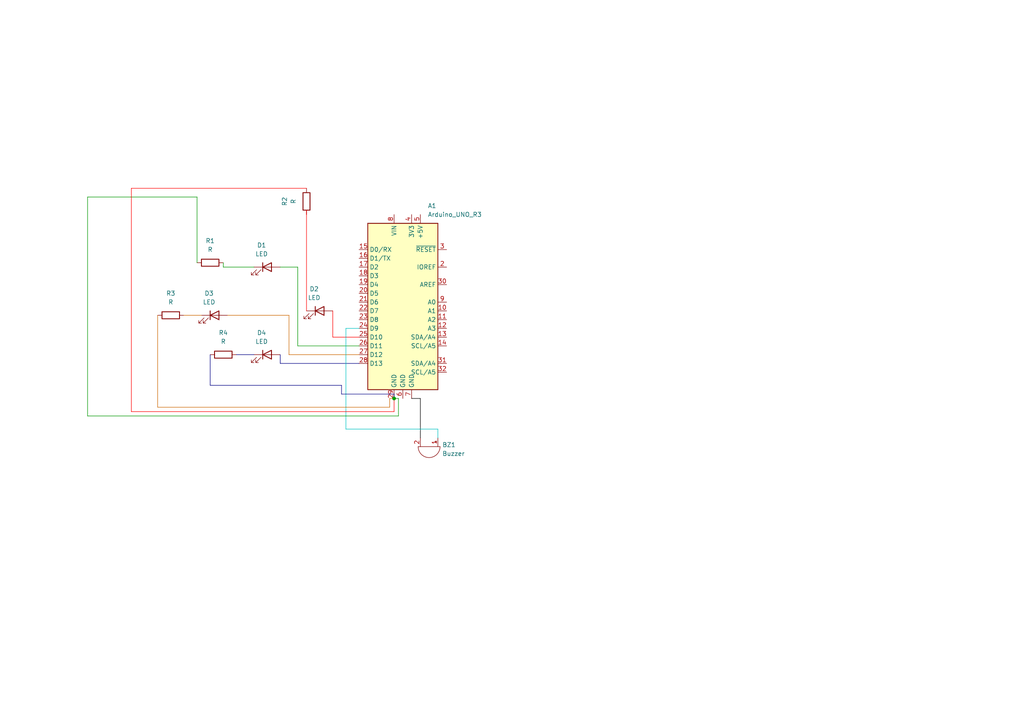
<source format=kicad_sch>
(kicad_sch
	(version 20250114)
	(generator "eeschema")
	(generator_version "9.0")
	(uuid "ae73c91f-187c-468b-bbfe-a754d85c57a7")
	(paper "A4")
	(lib_symbols
		(symbol "Device:Buzzer"
			(pin_names
				(offset 0.0254)
				(hide yes)
			)
			(exclude_from_sim no)
			(in_bom yes)
			(on_board yes)
			(property "Reference" "BZ"
				(at 3.81 1.27 0)
				(effects
					(font
						(size 1.27 1.27)
					)
					(justify left)
				)
			)
			(property "Value" "Buzzer"
				(at 3.81 -1.27 0)
				(effects
					(font
						(size 1.27 1.27)
					)
					(justify left)
				)
			)
			(property "Footprint" ""
				(at -0.635 2.54 90)
				(effects
					(font
						(size 1.27 1.27)
					)
					(hide yes)
				)
			)
			(property "Datasheet" "~"
				(at -0.635 2.54 90)
				(effects
					(font
						(size 1.27 1.27)
					)
					(hide yes)
				)
			)
			(property "Description" "Buzzer, polarized"
				(at 0 0 0)
				(effects
					(font
						(size 1.27 1.27)
					)
					(hide yes)
				)
			)
			(property "ki_keywords" "quartz resonator ceramic"
				(at 0 0 0)
				(effects
					(font
						(size 1.27 1.27)
					)
					(hide yes)
				)
			)
			(property "ki_fp_filters" "*Buzzer*"
				(at 0 0 0)
				(effects
					(font
						(size 1.27 1.27)
					)
					(hide yes)
				)
			)
			(symbol "Buzzer_0_1"
				(polyline
					(pts
						(xy -1.651 1.905) (xy -1.143 1.905)
					)
					(stroke
						(width 0)
						(type default)
					)
					(fill
						(type none)
					)
				)
				(polyline
					(pts
						(xy -1.397 2.159) (xy -1.397 1.651)
					)
					(stroke
						(width 0)
						(type default)
					)
					(fill
						(type none)
					)
				)
				(arc
					(start 0 3.175)
					(mid 3.1612 0)
					(end 0 -3.175)
					(stroke
						(width 0)
						(type default)
					)
					(fill
						(type none)
					)
				)
				(polyline
					(pts
						(xy 0 3.175) (xy 0 -3.175)
					)
					(stroke
						(width 0)
						(type default)
					)
					(fill
						(type none)
					)
				)
			)
			(symbol "Buzzer_1_1"
				(pin passive line
					(at -2.54 2.54 0)
					(length 2.54)
					(name "+"
						(effects
							(font
								(size 1.27 1.27)
							)
						)
					)
					(number "1"
						(effects
							(font
								(size 1.27 1.27)
							)
						)
					)
				)
				(pin passive line
					(at -2.54 -2.54 0)
					(length 2.54)
					(name "-"
						(effects
							(font
								(size 1.27 1.27)
							)
						)
					)
					(number "2"
						(effects
							(font
								(size 1.27 1.27)
							)
						)
					)
				)
			)
			(embedded_fonts no)
		)
		(symbol "Device:LED"
			(pin_numbers
				(hide yes)
			)
			(pin_names
				(offset 1.016)
				(hide yes)
			)
			(exclude_from_sim no)
			(in_bom yes)
			(on_board yes)
			(property "Reference" "D"
				(at 0 2.54 0)
				(effects
					(font
						(size 1.27 1.27)
					)
				)
			)
			(property "Value" "LED"
				(at 0 -2.54 0)
				(effects
					(font
						(size 1.27 1.27)
					)
				)
			)
			(property "Footprint" ""
				(at 0 0 0)
				(effects
					(font
						(size 1.27 1.27)
					)
					(hide yes)
				)
			)
			(property "Datasheet" "~"
				(at 0 0 0)
				(effects
					(font
						(size 1.27 1.27)
					)
					(hide yes)
				)
			)
			(property "Description" "Light emitting diode"
				(at 0 0 0)
				(effects
					(font
						(size 1.27 1.27)
					)
					(hide yes)
				)
			)
			(property "Sim.Pins" "1=K 2=A"
				(at 0 0 0)
				(effects
					(font
						(size 1.27 1.27)
					)
					(hide yes)
				)
			)
			(property "ki_keywords" "LED diode"
				(at 0 0 0)
				(effects
					(font
						(size 1.27 1.27)
					)
					(hide yes)
				)
			)
			(property "ki_fp_filters" "LED* LED_SMD:* LED_THT:*"
				(at 0 0 0)
				(effects
					(font
						(size 1.27 1.27)
					)
					(hide yes)
				)
			)
			(symbol "LED_0_1"
				(polyline
					(pts
						(xy -3.048 -0.762) (xy -4.572 -2.286) (xy -3.81 -2.286) (xy -4.572 -2.286) (xy -4.572 -1.524)
					)
					(stroke
						(width 0)
						(type default)
					)
					(fill
						(type none)
					)
				)
				(polyline
					(pts
						(xy -1.778 -0.762) (xy -3.302 -2.286) (xy -2.54 -2.286) (xy -3.302 -2.286) (xy -3.302 -1.524)
					)
					(stroke
						(width 0)
						(type default)
					)
					(fill
						(type none)
					)
				)
				(polyline
					(pts
						(xy -1.27 0) (xy 1.27 0)
					)
					(stroke
						(width 0)
						(type default)
					)
					(fill
						(type none)
					)
				)
				(polyline
					(pts
						(xy -1.27 -1.27) (xy -1.27 1.27)
					)
					(stroke
						(width 0.254)
						(type default)
					)
					(fill
						(type none)
					)
				)
				(polyline
					(pts
						(xy 1.27 -1.27) (xy 1.27 1.27) (xy -1.27 0) (xy 1.27 -1.27)
					)
					(stroke
						(width 0.254)
						(type default)
					)
					(fill
						(type none)
					)
				)
			)
			(symbol "LED_1_1"
				(pin passive line
					(at -3.81 0 0)
					(length 2.54)
					(name "K"
						(effects
							(font
								(size 1.27 1.27)
							)
						)
					)
					(number "1"
						(effects
							(font
								(size 1.27 1.27)
							)
						)
					)
				)
				(pin passive line
					(at 3.81 0 180)
					(length 2.54)
					(name "A"
						(effects
							(font
								(size 1.27 1.27)
							)
						)
					)
					(number "2"
						(effects
							(font
								(size 1.27 1.27)
							)
						)
					)
				)
			)
			(embedded_fonts no)
		)
		(symbol "Device:R"
			(pin_numbers
				(hide yes)
			)
			(pin_names
				(offset 0)
			)
			(exclude_from_sim no)
			(in_bom yes)
			(on_board yes)
			(property "Reference" "R"
				(at 2.032 0 90)
				(effects
					(font
						(size 1.27 1.27)
					)
				)
			)
			(property "Value" "R"
				(at 0 0 90)
				(effects
					(font
						(size 1.27 1.27)
					)
				)
			)
			(property "Footprint" ""
				(at -1.778 0 90)
				(effects
					(font
						(size 1.27 1.27)
					)
					(hide yes)
				)
			)
			(property "Datasheet" "~"
				(at 0 0 0)
				(effects
					(font
						(size 1.27 1.27)
					)
					(hide yes)
				)
			)
			(property "Description" "Resistor"
				(at 0 0 0)
				(effects
					(font
						(size 1.27 1.27)
					)
					(hide yes)
				)
			)
			(property "ki_keywords" "R res resistor"
				(at 0 0 0)
				(effects
					(font
						(size 1.27 1.27)
					)
					(hide yes)
				)
			)
			(property "ki_fp_filters" "R_*"
				(at 0 0 0)
				(effects
					(font
						(size 1.27 1.27)
					)
					(hide yes)
				)
			)
			(symbol "R_0_1"
				(rectangle
					(start -1.016 -2.54)
					(end 1.016 2.54)
					(stroke
						(width 0.254)
						(type default)
					)
					(fill
						(type none)
					)
				)
			)
			(symbol "R_1_1"
				(pin passive line
					(at 0 3.81 270)
					(length 1.27)
					(name "~"
						(effects
							(font
								(size 1.27 1.27)
							)
						)
					)
					(number "1"
						(effects
							(font
								(size 1.27 1.27)
							)
						)
					)
				)
				(pin passive line
					(at 0 -3.81 90)
					(length 1.27)
					(name "~"
						(effects
							(font
								(size 1.27 1.27)
							)
						)
					)
					(number "2"
						(effects
							(font
								(size 1.27 1.27)
							)
						)
					)
				)
			)
			(embedded_fonts no)
		)
		(symbol "MCU_Module:Arduino_UNO_R3"
			(exclude_from_sim no)
			(in_bom yes)
			(on_board yes)
			(property "Reference" "A"
				(at -10.16 23.495 0)
				(effects
					(font
						(size 1.27 1.27)
					)
					(justify left bottom)
				)
			)
			(property "Value" "Arduino_UNO_R3"
				(at 5.08 -26.67 0)
				(effects
					(font
						(size 1.27 1.27)
					)
					(justify left top)
				)
			)
			(property "Footprint" "Module:Arduino_UNO_R3"
				(at 0 0 0)
				(effects
					(font
						(size 1.27 1.27)
						(italic yes)
					)
					(hide yes)
				)
			)
			(property "Datasheet" "https://www.arduino.cc/en/Main/arduinoBoardUno"
				(at 0 0 0)
				(effects
					(font
						(size 1.27 1.27)
					)
					(hide yes)
				)
			)
			(property "Description" "Arduino UNO Microcontroller Module, release 3"
				(at 0 0 0)
				(effects
					(font
						(size 1.27 1.27)
					)
					(hide yes)
				)
			)
			(property "ki_keywords" "Arduino UNO R3 Microcontroller Module Atmel AVR USB"
				(at 0 0 0)
				(effects
					(font
						(size 1.27 1.27)
					)
					(hide yes)
				)
			)
			(property "ki_fp_filters" "Arduino*UNO*R3*"
				(at 0 0 0)
				(effects
					(font
						(size 1.27 1.27)
					)
					(hide yes)
				)
			)
			(symbol "Arduino_UNO_R3_0_1"
				(rectangle
					(start -10.16 22.86)
					(end 10.16 -25.4)
					(stroke
						(width 0.254)
						(type default)
					)
					(fill
						(type background)
					)
				)
			)
			(symbol "Arduino_UNO_R3_1_1"
				(pin bidirectional line
					(at -12.7 15.24 0)
					(length 2.54)
					(name "D0/RX"
						(effects
							(font
								(size 1.27 1.27)
							)
						)
					)
					(number "15"
						(effects
							(font
								(size 1.27 1.27)
							)
						)
					)
				)
				(pin bidirectional line
					(at -12.7 12.7 0)
					(length 2.54)
					(name "D1/TX"
						(effects
							(font
								(size 1.27 1.27)
							)
						)
					)
					(number "16"
						(effects
							(font
								(size 1.27 1.27)
							)
						)
					)
				)
				(pin bidirectional line
					(at -12.7 10.16 0)
					(length 2.54)
					(name "D2"
						(effects
							(font
								(size 1.27 1.27)
							)
						)
					)
					(number "17"
						(effects
							(font
								(size 1.27 1.27)
							)
						)
					)
				)
				(pin bidirectional line
					(at -12.7 7.62 0)
					(length 2.54)
					(name "D3"
						(effects
							(font
								(size 1.27 1.27)
							)
						)
					)
					(number "18"
						(effects
							(font
								(size 1.27 1.27)
							)
						)
					)
				)
				(pin bidirectional line
					(at -12.7 5.08 0)
					(length 2.54)
					(name "D4"
						(effects
							(font
								(size 1.27 1.27)
							)
						)
					)
					(number "19"
						(effects
							(font
								(size 1.27 1.27)
							)
						)
					)
				)
				(pin bidirectional line
					(at -12.7 2.54 0)
					(length 2.54)
					(name "D5"
						(effects
							(font
								(size 1.27 1.27)
							)
						)
					)
					(number "20"
						(effects
							(font
								(size 1.27 1.27)
							)
						)
					)
				)
				(pin bidirectional line
					(at -12.7 0 0)
					(length 2.54)
					(name "D6"
						(effects
							(font
								(size 1.27 1.27)
							)
						)
					)
					(number "21"
						(effects
							(font
								(size 1.27 1.27)
							)
						)
					)
				)
				(pin bidirectional line
					(at -12.7 -2.54 0)
					(length 2.54)
					(name "D7"
						(effects
							(font
								(size 1.27 1.27)
							)
						)
					)
					(number "22"
						(effects
							(font
								(size 1.27 1.27)
							)
						)
					)
				)
				(pin bidirectional line
					(at -12.7 -5.08 0)
					(length 2.54)
					(name "D8"
						(effects
							(font
								(size 1.27 1.27)
							)
						)
					)
					(number "23"
						(effects
							(font
								(size 1.27 1.27)
							)
						)
					)
				)
				(pin bidirectional line
					(at -12.7 -7.62 0)
					(length 2.54)
					(name "D9"
						(effects
							(font
								(size 1.27 1.27)
							)
						)
					)
					(number "24"
						(effects
							(font
								(size 1.27 1.27)
							)
						)
					)
				)
				(pin bidirectional line
					(at -12.7 -10.16 0)
					(length 2.54)
					(name "D10"
						(effects
							(font
								(size 1.27 1.27)
							)
						)
					)
					(number "25"
						(effects
							(font
								(size 1.27 1.27)
							)
						)
					)
				)
				(pin bidirectional line
					(at -12.7 -12.7 0)
					(length 2.54)
					(name "D11"
						(effects
							(font
								(size 1.27 1.27)
							)
						)
					)
					(number "26"
						(effects
							(font
								(size 1.27 1.27)
							)
						)
					)
				)
				(pin bidirectional line
					(at -12.7 -15.24 0)
					(length 2.54)
					(name "D12"
						(effects
							(font
								(size 1.27 1.27)
							)
						)
					)
					(number "27"
						(effects
							(font
								(size 1.27 1.27)
							)
						)
					)
				)
				(pin bidirectional line
					(at -12.7 -17.78 0)
					(length 2.54)
					(name "D13"
						(effects
							(font
								(size 1.27 1.27)
							)
						)
					)
					(number "28"
						(effects
							(font
								(size 1.27 1.27)
							)
						)
					)
				)
				(pin no_connect line
					(at -10.16 -20.32 0)
					(length 2.54)
					(hide yes)
					(name "NC"
						(effects
							(font
								(size 1.27 1.27)
							)
						)
					)
					(number "1"
						(effects
							(font
								(size 1.27 1.27)
							)
						)
					)
				)
				(pin power_in line
					(at -2.54 25.4 270)
					(length 2.54)
					(name "VIN"
						(effects
							(font
								(size 1.27 1.27)
							)
						)
					)
					(number "8"
						(effects
							(font
								(size 1.27 1.27)
							)
						)
					)
				)
				(pin power_in line
					(at -2.54 -27.94 90)
					(length 2.54)
					(name "GND"
						(effects
							(font
								(size 1.27 1.27)
							)
						)
					)
					(number "29"
						(effects
							(font
								(size 1.27 1.27)
							)
						)
					)
				)
				(pin power_in line
					(at 0 -27.94 90)
					(length 2.54)
					(name "GND"
						(effects
							(font
								(size 1.27 1.27)
							)
						)
					)
					(number "6"
						(effects
							(font
								(size 1.27 1.27)
							)
						)
					)
				)
				(pin power_out line
					(at 2.54 25.4 270)
					(length 2.54)
					(name "3V3"
						(effects
							(font
								(size 1.27 1.27)
							)
						)
					)
					(number "4"
						(effects
							(font
								(size 1.27 1.27)
							)
						)
					)
				)
				(pin power_in line
					(at 2.54 -27.94 90)
					(length 2.54)
					(name "GND"
						(effects
							(font
								(size 1.27 1.27)
							)
						)
					)
					(number "7"
						(effects
							(font
								(size 1.27 1.27)
							)
						)
					)
				)
				(pin power_out line
					(at 5.08 25.4 270)
					(length 2.54)
					(name "+5V"
						(effects
							(font
								(size 1.27 1.27)
							)
						)
					)
					(number "5"
						(effects
							(font
								(size 1.27 1.27)
							)
						)
					)
				)
				(pin input line
					(at 12.7 15.24 180)
					(length 2.54)
					(name "~{RESET}"
						(effects
							(font
								(size 1.27 1.27)
							)
						)
					)
					(number "3"
						(effects
							(font
								(size 1.27 1.27)
							)
						)
					)
				)
				(pin output line
					(at 12.7 10.16 180)
					(length 2.54)
					(name "IOREF"
						(effects
							(font
								(size 1.27 1.27)
							)
						)
					)
					(number "2"
						(effects
							(font
								(size 1.27 1.27)
							)
						)
					)
				)
				(pin input line
					(at 12.7 5.08 180)
					(length 2.54)
					(name "AREF"
						(effects
							(font
								(size 1.27 1.27)
							)
						)
					)
					(number "30"
						(effects
							(font
								(size 1.27 1.27)
							)
						)
					)
				)
				(pin bidirectional line
					(at 12.7 0 180)
					(length 2.54)
					(name "A0"
						(effects
							(font
								(size 1.27 1.27)
							)
						)
					)
					(number "9"
						(effects
							(font
								(size 1.27 1.27)
							)
						)
					)
				)
				(pin bidirectional line
					(at 12.7 -2.54 180)
					(length 2.54)
					(name "A1"
						(effects
							(font
								(size 1.27 1.27)
							)
						)
					)
					(number "10"
						(effects
							(font
								(size 1.27 1.27)
							)
						)
					)
				)
				(pin bidirectional line
					(at 12.7 -5.08 180)
					(length 2.54)
					(name "A2"
						(effects
							(font
								(size 1.27 1.27)
							)
						)
					)
					(number "11"
						(effects
							(font
								(size 1.27 1.27)
							)
						)
					)
				)
				(pin bidirectional line
					(at 12.7 -7.62 180)
					(length 2.54)
					(name "A3"
						(effects
							(font
								(size 1.27 1.27)
							)
						)
					)
					(number "12"
						(effects
							(font
								(size 1.27 1.27)
							)
						)
					)
				)
				(pin bidirectional line
					(at 12.7 -10.16 180)
					(length 2.54)
					(name "SDA/A4"
						(effects
							(font
								(size 1.27 1.27)
							)
						)
					)
					(number "13"
						(effects
							(font
								(size 1.27 1.27)
							)
						)
					)
				)
				(pin bidirectional line
					(at 12.7 -12.7 180)
					(length 2.54)
					(name "SCL/A5"
						(effects
							(font
								(size 1.27 1.27)
							)
						)
					)
					(number "14"
						(effects
							(font
								(size 1.27 1.27)
							)
						)
					)
				)
				(pin bidirectional line
					(at 12.7 -17.78 180)
					(length 2.54)
					(name "SDA/A4"
						(effects
							(font
								(size 1.27 1.27)
							)
						)
					)
					(number "31"
						(effects
							(font
								(size 1.27 1.27)
							)
						)
					)
				)
				(pin bidirectional line
					(at 12.7 -20.32 180)
					(length 2.54)
					(name "SCL/A5"
						(effects
							(font
								(size 1.27 1.27)
							)
						)
					)
					(number "32"
						(effects
							(font
								(size 1.27 1.27)
							)
						)
					)
				)
			)
			(embedded_fonts no)
		)
	)
	(junction
		(at 114.3 115.57)
		(diameter 0)
		(color 0 0 0 0)
		(uuid "3729a21d-6d8a-4527-9b51-a47960b00ad0")
	)
	(wire
		(pts
			(xy 83.82 102.87) (xy 104.14 102.87)
		)
		(stroke
			(width 0)
			(type default)
			(color 204 102 0 1)
		)
		(uuid "003827dc-9b6e-4a46-87c0-4e3a5859ce27")
	)
	(wire
		(pts
			(xy 53.34 91.44) (xy 58.42 91.44)
		)
		(stroke
			(width 0)
			(type default)
			(color 204 102 0 1)
		)
		(uuid "0c36cff6-2dca-44f7-991e-58cdcc9def8d")
	)
	(wire
		(pts
			(xy 38.1 54.61) (xy 88.9 54.61)
		)
		(stroke
			(width 0)
			(type default)
			(color 255 0 0 1)
		)
		(uuid "10812aa2-e9bb-44e3-b12d-e6f85f2c2cb6")
	)
	(wire
		(pts
			(xy 81.28 105.41) (xy 104.14 105.41)
		)
		(stroke
			(width 0)
			(type default)
			(color 0 0 132 1)
		)
		(uuid "18f7dee0-e0cc-448d-af11-9d7a92aba01b")
	)
	(wire
		(pts
			(xy 57.15 76.2) (xy 57.15 57.15)
		)
		(stroke
			(width 0)
			(type default)
		)
		(uuid "1adb0abe-5a07-41e7-a85a-df19b2f03317")
	)
	(wire
		(pts
			(xy 114.3 115.57) (xy 115.57 115.57)
		)
		(stroke
			(width 0)
			(type default)
		)
		(uuid "25c9af49-f695-4a5d-99ac-3176abd97ee9")
	)
	(wire
		(pts
			(xy 64.77 76.2) (xy 64.77 77.47)
		)
		(stroke
			(width 0)
			(type default)
		)
		(uuid "25d573ee-78a9-486f-b378-68980fcd6dd3")
	)
	(wire
		(pts
			(xy 100.33 95.25) (xy 100.33 124.46)
		)
		(stroke
			(width 0)
			(type default)
			(color 0 194 194 1)
		)
		(uuid "3007567b-0d84-41f6-92ae-b0d241a274cc")
	)
	(wire
		(pts
			(xy 38.1 119.38) (xy 114.3 119.38)
		)
		(stroke
			(width 0)
			(type default)
			(color 255 0 0 1)
		)
		(uuid "3d9d5021-30e9-4072-adcf-f6b715f060ea")
	)
	(wire
		(pts
			(xy 86.36 100.33) (xy 86.36 77.47)
		)
		(stroke
			(width 0)
			(type default)
		)
		(uuid "480740bc-ca3a-42e5-a13b-ae2f1223cbe9")
	)
	(wire
		(pts
			(xy 104.14 100.33) (xy 86.36 100.33)
		)
		(stroke
			(width 0)
			(type default)
		)
		(uuid "4e546948-fec6-4634-9b34-de419e20bfe7")
	)
	(wire
		(pts
			(xy 104.14 95.25) (xy 100.33 95.25)
		)
		(stroke
			(width 0)
			(type default)
			(color 0 194 194 1)
		)
		(uuid "519329a8-48bc-4433-ac3d-256d5e8c96db")
	)
	(wire
		(pts
			(xy 88.9 60.96) (xy 88.9 90.17)
		)
		(stroke
			(width 0)
			(type default)
			(color 255 0 0 1)
		)
		(uuid "55eca77c-0d3b-4741-a42b-decf9322e4d2")
	)
	(wire
		(pts
			(xy 86.36 77.47) (xy 81.28 77.47)
		)
		(stroke
			(width 0)
			(type default)
		)
		(uuid "681b0952-531d-4237-969d-52294b4f2d66")
	)
	(wire
		(pts
			(xy 96.52 97.79) (xy 96.52 90.17)
		)
		(stroke
			(width 0)
			(type default)
			(color 255 0 0 1)
		)
		(uuid "6b289d27-31b0-47c3-8119-6da982dc0ee7")
	)
	(wire
		(pts
			(xy 68.58 102.87) (xy 73.66 102.87)
		)
		(stroke
			(width 0)
			(type default)
			(color 0 0 132 1)
		)
		(uuid "7697c505-8180-4974-ac7b-288d7d3682a4")
	)
	(wire
		(pts
			(xy 66.04 91.44) (xy 83.82 91.44)
		)
		(stroke
			(width 0)
			(type default)
			(color 204 102 0 1)
		)
		(uuid "77873bf7-e471-4f81-8117-286fa053e8d0")
	)
	(wire
		(pts
			(xy 57.15 57.15) (xy 25.4 57.15)
		)
		(stroke
			(width 0)
			(type default)
		)
		(uuid "7bbca6e8-f3c8-4968-bf5a-47dddd0bb29a")
	)
	(wire
		(pts
			(xy 104.14 97.79) (xy 96.52 97.79)
		)
		(stroke
			(width 0)
			(type default)
			(color 255 0 0 1)
		)
		(uuid "7f5cb623-2f29-4420-af85-2ab8ba9fc3e7")
	)
	(wire
		(pts
			(xy 64.77 77.47) (xy 73.66 77.47)
		)
		(stroke
			(width 0)
			(type default)
		)
		(uuid "8174763d-eb64-420c-84f4-8893949df319")
	)
	(wire
		(pts
			(xy 114.3 115.57) (xy 114.3 119.38)
		)
		(stroke
			(width 0)
			(type default)
			(color 255 0 0 1)
		)
		(uuid "817aa9a3-bbbb-4c8a-89cf-7153d30e2a9d")
	)
	(wire
		(pts
			(xy 25.4 57.15) (xy 25.4 120.65)
		)
		(stroke
			(width 0)
			(type default)
		)
		(uuid "824728ab-facb-4d91-8313-15abfcf6e47f")
	)
	(wire
		(pts
			(xy 45.72 91.44) (xy 45.72 118.11)
		)
		(stroke
			(width 0)
			(type default)
			(color 204 102 0 1)
		)
		(uuid "8368a77c-bb92-4293-b395-8d2dcfe3e407")
	)
	(wire
		(pts
			(xy 113.03 115.57) (xy 113.03 118.11)
		)
		(stroke
			(width 0)
			(type default)
			(color 204 102 0 1)
		)
		(uuid "86e9d6c4-7d24-4e99-a39b-fd3cb18bed81")
	)
	(wire
		(pts
			(xy 121.92 127) (xy 121.92 115.57)
		)
		(stroke
			(width 0)
			(type default)
			(color 0 0 0 1)
		)
		(uuid "916241c0-564e-4bdb-b8da-1bb232ca857f")
	)
	(wire
		(pts
			(xy 113.03 115.57) (xy 114.3 115.57)
		)
		(stroke
			(width 0)
			(type default)
			(color 204 102 0 1)
		)
		(uuid "91c3f834-3e73-4c92-a825-df16bfdab818")
	)
	(wire
		(pts
			(xy 114.3 114.3) (xy 114.3 115.57)
		)
		(stroke
			(width 0)
			(type default)
			(color 0 0 132 1)
		)
		(uuid "9a00fcc5-98bc-450f-8f99-4ce6e71a724d")
	)
	(wire
		(pts
			(xy 127 124.46) (xy 127 127)
		)
		(stroke
			(width 0)
			(type default)
			(color 0 194 194 1)
		)
		(uuid "a2f386c8-125a-4209-8293-3b51cbe3023f")
	)
	(wire
		(pts
			(xy 25.4 120.65) (xy 115.57 120.65)
		)
		(stroke
			(width 0)
			(type default)
		)
		(uuid "a81156d4-c7bb-4d4e-b8d7-e95dcf192427")
	)
	(wire
		(pts
			(xy 99.06 111.76) (xy 99.06 114.3)
		)
		(stroke
			(width 0)
			(type default)
			(color 0 0 132 1)
		)
		(uuid "ba0cf211-064a-4b7d-949d-8775d3269b97")
	)
	(wire
		(pts
			(xy 38.1 54.61) (xy 38.1 119.38)
		)
		(stroke
			(width 0)
			(type default)
			(color 255 0 0 1)
		)
		(uuid "c0f44c79-a65a-4496-b7dd-4fb54fa10485")
	)
	(wire
		(pts
			(xy 99.06 114.3) (xy 114.3 114.3)
		)
		(stroke
			(width 0)
			(type default)
			(color 0 0 132 1)
		)
		(uuid "d1d9d09d-4548-46f1-8685-3a17b33d3053")
	)
	(wire
		(pts
			(xy 60.96 102.87) (xy 60.96 111.76)
		)
		(stroke
			(width 0)
			(type default)
			(color 0 0 132 1)
		)
		(uuid "dd5d5dc9-f17f-4549-be9e-65a0c917e538")
	)
	(wire
		(pts
			(xy 60.96 111.76) (xy 99.06 111.76)
		)
		(stroke
			(width 0)
			(type default)
			(color 0 0 132 1)
		)
		(uuid "e8eda1e0-c6ef-44ce-8063-0f75d7c4b9d0")
	)
	(wire
		(pts
			(xy 83.82 91.44) (xy 83.82 102.87)
		)
		(stroke
			(width 0)
			(type default)
			(color 204 102 0 1)
		)
		(uuid "e8f7b662-8920-4152-8e6b-349854f71eb4")
	)
	(wire
		(pts
			(xy 121.92 115.57) (xy 119.38 115.57)
		)
		(stroke
			(width 0)
			(type default)
			(color 0 0 0 1)
		)
		(uuid "ea1a2679-cd24-43ba-863a-9bfec4ad2989")
	)
	(wire
		(pts
			(xy 115.57 120.65) (xy 115.57 115.57)
		)
		(stroke
			(width 0)
			(type default)
		)
		(uuid "ea6d1ed0-62d9-43ec-be32-205035a97f52")
	)
	(wire
		(pts
			(xy 45.72 118.11) (xy 113.03 118.11)
		)
		(stroke
			(width 0)
			(type default)
			(color 204 102 0 1)
		)
		(uuid "f193bc41-a5b4-4152-9f11-a693c7ca5d97")
	)
	(wire
		(pts
			(xy 81.28 102.87) (xy 81.28 105.41)
		)
		(stroke
			(width 0)
			(type default)
			(color 0 0 132 1)
		)
		(uuid "f438cb8c-5124-4b0c-8674-6e8ad6be2363")
	)
	(wire
		(pts
			(xy 100.33 124.46) (xy 127 124.46)
		)
		(stroke
			(width 0)
			(type default)
			(color 0 194 194 1)
		)
		(uuid "fc704807-e5ce-4dd3-be6f-862a41b19376")
	)
	(symbol
		(lib_id "Device:LED")
		(at 62.23 91.44 0)
		(unit 1)
		(exclude_from_sim no)
		(in_bom yes)
		(on_board yes)
		(dnp no)
		(fields_autoplaced yes)
		(uuid "02f70b7c-7720-461d-94ec-be313b7c6b22")
		(property "Reference" "D3"
			(at 60.6425 85.09 0)
			(effects
				(font
					(size 1.27 1.27)
				)
			)
		)
		(property "Value" "LED"
			(at 60.6425 87.63 0)
			(effects
				(font
					(size 1.27 1.27)
				)
			)
		)
		(property "Footprint" ""
			(at 62.23 91.44 0)
			(effects
				(font
					(size 1.27 1.27)
				)
				(hide yes)
			)
		)
		(property "Datasheet" "~"
			(at 62.23 91.44 0)
			(effects
				(font
					(size 1.27 1.27)
				)
				(hide yes)
			)
		)
		(property "Description" "Light emitting diode"
			(at 62.23 91.44 0)
			(effects
				(font
					(size 1.27 1.27)
				)
				(hide yes)
			)
		)
		(property "Sim.Pins" "1=K 2=A"
			(at 62.23 91.44 0)
			(effects
				(font
					(size 1.27 1.27)
				)
				(hide yes)
			)
		)
		(pin "2"
			(uuid "02ac2137-c569-4532-9788-f69f12c1a189")
		)
		(pin "1"
			(uuid "af2f76e5-1afa-45cb-8ac5-e24027cdd2fe")
		)
		(instances
			(project ""
				(path "/ae73c91f-187c-468b-bbfe-a754d85c57a7"
					(reference "D3")
					(unit 1)
				)
			)
		)
	)
	(symbol
		(lib_id "Device:R")
		(at 88.9 58.42 180)
		(unit 1)
		(exclude_from_sim no)
		(in_bom yes)
		(on_board yes)
		(dnp no)
		(fields_autoplaced yes)
		(uuid "0c75f996-4eb3-4d5c-bd6e-f0acd1e78644")
		(property "Reference" "R2"
			(at 82.55 58.42 90)
			(effects
				(font
					(size 1.27 1.27)
				)
			)
		)
		(property "Value" "R"
			(at 85.09 58.42 90)
			(effects
				(font
					(size 1.27 1.27)
				)
			)
		)
		(property "Footprint" ""
			(at 90.678 58.42 90)
			(effects
				(font
					(size 1.27 1.27)
				)
				(hide yes)
			)
		)
		(property "Datasheet" "~"
			(at 88.9 58.42 0)
			(effects
				(font
					(size 1.27 1.27)
				)
				(hide yes)
			)
		)
		(property "Description" "Resistor"
			(at 88.9 58.42 0)
			(effects
				(font
					(size 1.27 1.27)
				)
				(hide yes)
			)
		)
		(pin "1"
			(uuid "5addd3b3-65b0-4abb-bd63-17f85ac28f3c")
		)
		(pin "2"
			(uuid "b19ce54e-a13a-49a4-adf6-be4add6decee")
		)
		(instances
			(project ""
				(path "/ae73c91f-187c-468b-bbfe-a754d85c57a7"
					(reference "R2")
					(unit 1)
				)
			)
		)
	)
	(symbol
		(lib_id "Device:Buzzer")
		(at 124.46 129.54 270)
		(unit 1)
		(exclude_from_sim no)
		(in_bom yes)
		(on_board yes)
		(dnp no)
		(fields_autoplaced yes)
		(uuid "527a82ed-3a9e-47d7-9e85-25d6d4287a1d")
		(property "Reference" "BZ1"
			(at 128.27 129.025 90)
			(effects
				(font
					(size 1.27 1.27)
				)
				(justify left)
			)
		)
		(property "Value" "Buzzer"
			(at 128.27 131.565 90)
			(effects
				(font
					(size 1.27 1.27)
				)
				(justify left)
			)
		)
		(property "Footprint" ""
			(at 127 128.905 90)
			(effects
				(font
					(size 1.27 1.27)
				)
				(hide yes)
			)
		)
		(property "Datasheet" "~"
			(at 127 128.905 90)
			(effects
				(font
					(size 1.27 1.27)
				)
				(hide yes)
			)
		)
		(property "Description" "Buzzer, polarized"
			(at 124.46 129.54 0)
			(effects
				(font
					(size 1.27 1.27)
				)
				(hide yes)
			)
		)
		(pin "1"
			(uuid "8cca84e7-3ab5-49c6-ba2d-c54b21e4838c")
		)
		(pin "2"
			(uuid "7bbeee7e-048f-4f2b-a5d5-3052f5a9e273")
		)
		(instances
			(project ""
				(path "/ae73c91f-187c-468b-bbfe-a754d85c57a7"
					(reference "BZ1")
					(unit 1)
				)
			)
		)
	)
	(symbol
		(lib_id "Device:R")
		(at 49.53 91.44 90)
		(unit 1)
		(exclude_from_sim no)
		(in_bom yes)
		(on_board yes)
		(dnp no)
		(fields_autoplaced yes)
		(uuid "562cf710-dfcf-4ee2-888b-0cc52e7d4386")
		(property "Reference" "R3"
			(at 49.53 85.09 90)
			(effects
				(font
					(size 1.27 1.27)
				)
			)
		)
		(property "Value" "R"
			(at 49.53 87.63 90)
			(effects
				(font
					(size 1.27 1.27)
				)
			)
		)
		(property "Footprint" ""
			(at 49.53 93.218 90)
			(effects
				(font
					(size 1.27 1.27)
				)
				(hide yes)
			)
		)
		(property "Datasheet" "~"
			(at 49.53 91.44 0)
			(effects
				(font
					(size 1.27 1.27)
				)
				(hide yes)
			)
		)
		(property "Description" "Resistor"
			(at 49.53 91.44 0)
			(effects
				(font
					(size 1.27 1.27)
				)
				(hide yes)
			)
		)
		(pin "1"
			(uuid "5e76ee9c-3323-4c62-97c8-2dc4588e746a")
		)
		(pin "2"
			(uuid "04710164-b1c3-4427-bdaf-d277ad5fe894")
		)
		(instances
			(project ""
				(path "/ae73c91f-187c-468b-bbfe-a754d85c57a7"
					(reference "R3")
					(unit 1)
				)
			)
		)
	)
	(symbol
		(lib_id "Device:R")
		(at 60.96 76.2 90)
		(unit 1)
		(exclude_from_sim no)
		(in_bom yes)
		(on_board yes)
		(dnp no)
		(fields_autoplaced yes)
		(uuid "5989421b-9529-4ea1-a874-f49307d53f64")
		(property "Reference" "R1"
			(at 60.96 69.85 90)
			(effects
				(font
					(size 1.27 1.27)
				)
			)
		)
		(property "Value" "R"
			(at 60.96 72.39 90)
			(effects
				(font
					(size 1.27 1.27)
				)
			)
		)
		(property "Footprint" ""
			(at 60.96 77.978 90)
			(effects
				(font
					(size 1.27 1.27)
				)
				(hide yes)
			)
		)
		(property "Datasheet" "~"
			(at 60.96 76.2 0)
			(effects
				(font
					(size 1.27 1.27)
				)
				(hide yes)
			)
		)
		(property "Description" "Resistor"
			(at 60.96 76.2 0)
			(effects
				(font
					(size 1.27 1.27)
				)
				(hide yes)
			)
		)
		(pin "2"
			(uuid "c3778824-9069-4edd-9428-aadd38aa9bf0")
		)
		(pin "1"
			(uuid "efd91098-a24d-4f7e-94d2-45bf4f2e11e9")
		)
		(instances
			(project ""
				(path "/ae73c91f-187c-468b-bbfe-a754d85c57a7"
					(reference "R1")
					(unit 1)
				)
			)
		)
	)
	(symbol
		(lib_id "Device:R")
		(at 64.77 102.87 90)
		(unit 1)
		(exclude_from_sim no)
		(in_bom yes)
		(on_board yes)
		(dnp no)
		(fields_autoplaced yes)
		(uuid "8191df6e-a239-4db1-a544-1ee84d8a30d5")
		(property "Reference" "R4"
			(at 64.77 96.52 90)
			(effects
				(font
					(size 1.27 1.27)
				)
			)
		)
		(property "Value" "R"
			(at 64.77 99.06 90)
			(effects
				(font
					(size 1.27 1.27)
				)
			)
		)
		(property "Footprint" ""
			(at 64.77 104.648 90)
			(effects
				(font
					(size 1.27 1.27)
				)
				(hide yes)
			)
		)
		(property "Datasheet" "~"
			(at 64.77 102.87 0)
			(effects
				(font
					(size 1.27 1.27)
				)
				(hide yes)
			)
		)
		(property "Description" "Resistor"
			(at 64.77 102.87 0)
			(effects
				(font
					(size 1.27 1.27)
				)
				(hide yes)
			)
		)
		(pin "1"
			(uuid "e6ea83b5-478f-4d07-aa87-1214a9784d91")
		)
		(pin "2"
			(uuid "27e80f93-6c95-441b-8460-8de4c1439ac2")
		)
		(instances
			(project ""
				(path "/ae73c91f-187c-468b-bbfe-a754d85c57a7"
					(reference "R4")
					(unit 1)
				)
			)
		)
	)
	(symbol
		(lib_id "MCU_Module:Arduino_UNO_R3")
		(at 116.84 87.63 0)
		(unit 1)
		(exclude_from_sim no)
		(in_bom yes)
		(on_board yes)
		(dnp no)
		(fields_autoplaced yes)
		(uuid "9a541fa2-24e9-4650-9cfe-68e6896d9f27")
		(property "Reference" "A1"
			(at 124.0633 59.69 0)
			(effects
				(font
					(size 1.27 1.27)
				)
				(justify left)
			)
		)
		(property "Value" "Arduino_UNO_R3"
			(at 124.0633 62.23 0)
			(effects
				(font
					(size 1.27 1.27)
				)
				(justify left)
			)
		)
		(property "Footprint" "Module:Arduino_UNO_R3"
			(at 116.84 87.63 0)
			(effects
				(font
					(size 1.27 1.27)
					(italic yes)
				)
				(hide yes)
			)
		)
		(property "Datasheet" "https://www.arduino.cc/en/Main/arduinoBoardUno"
			(at 116.84 87.63 0)
			(effects
				(font
					(size 1.27 1.27)
				)
				(hide yes)
			)
		)
		(property "Description" "Arduino UNO Microcontroller Module, release 3"
			(at 116.84 87.63 0)
			(effects
				(font
					(size 1.27 1.27)
				)
				(hide yes)
			)
		)
		(pin "2"
			(uuid "e822ed9c-f3a9-43ba-9963-128907dae85d")
		)
		(pin "24"
			(uuid "035720b8-fb2b-4cf0-ac45-ee7ba9cdcd9f")
		)
		(pin "10"
			(uuid "886acd28-ca84-4ef9-b3af-96bf393335f3")
		)
		(pin "20"
			(uuid "8f2e9980-d40f-4972-8ffb-af4e48c8668a")
		)
		(pin "17"
			(uuid "982481ad-127c-42f2-afc0-e0649e608bb5")
		)
		(pin "18"
			(uuid "5bee4315-0614-479e-805d-5bddb1bfe0a4")
		)
		(pin "1"
			(uuid "03174a92-5d9d-41d5-839a-b951721c040b")
		)
		(pin "19"
			(uuid "83b6b485-fcae-42a1-b3ec-d6bee21bb992")
		)
		(pin "21"
			(uuid "ea1ec2c9-faa8-4e46-a598-1575082f0510")
		)
		(pin "23"
			(uuid "44011efb-39b7-4d8a-bea6-3961e15144c4")
		)
		(pin "29"
			(uuid "288690b0-bf74-4b85-a092-e4f8154acef7")
		)
		(pin "4"
			(uuid "bf65383d-1dd0-4f1c-a7da-94a27b72a054")
		)
		(pin "26"
			(uuid "74d55f36-058f-4ed7-a511-3b894985e00d")
		)
		(pin "25"
			(uuid "8f1ebde3-483d-412c-bb7f-3d0ce9ac030e")
		)
		(pin "27"
			(uuid "dc5abbfa-5982-454b-8ffe-fb98c37c9310")
		)
		(pin "7"
			(uuid "399ffda3-3af6-440f-a61e-a9d339dc93f3")
		)
		(pin "8"
			(uuid "703a1bd2-fba1-45cd-a499-fb404702e6a2")
		)
		(pin "16"
			(uuid "fc128f5d-0b61-408f-bf87-ba69cc61b6f4")
		)
		(pin "15"
			(uuid "2a797940-50ea-4945-9cc8-142ce06a76be")
		)
		(pin "22"
			(uuid "591066e7-0225-4918-a69e-7daf14b7082e")
		)
		(pin "28"
			(uuid "93e08e62-4e0d-4dee-bb11-ac5cd06c59e0")
		)
		(pin "6"
			(uuid "7739413c-6ad9-4c01-87fa-17ff68413181")
		)
		(pin "5"
			(uuid "f6d188b8-3e38-45ac-9b6c-367136899d4d")
		)
		(pin "3"
			(uuid "a9afa894-e1c0-4577-ba95-c09ee955b6f8")
		)
		(pin "30"
			(uuid "eede381c-529c-478e-bfb2-1a8a01b2564c")
		)
		(pin "9"
			(uuid "c7f5426d-e638-4109-ab54-9b7c3679cdfc")
		)
		(pin "12"
			(uuid "e236dddb-1a2d-4da9-8f77-2d264286378e")
		)
		(pin "13"
			(uuid "89fc6127-0dd2-4b0e-a46e-5b4e419438d5")
		)
		(pin "31"
			(uuid "5002a422-51c8-414c-bf14-e636be70c95f")
		)
		(pin "32"
			(uuid "582b30a3-f65e-4de9-9c6a-706c2f96ff39")
		)
		(pin "11"
			(uuid "38a5db00-f358-4212-b0a7-c288aa27cb74")
		)
		(pin "14"
			(uuid "ed7eff5d-e157-4a25-b0e9-19c6813f09dc")
		)
		(instances
			(project ""
				(path "/ae73c91f-187c-468b-bbfe-a754d85c57a7"
					(reference "A1")
					(unit 1)
				)
			)
		)
	)
	(symbol
		(lib_id "Device:LED")
		(at 77.47 77.47 0)
		(unit 1)
		(exclude_from_sim no)
		(in_bom yes)
		(on_board yes)
		(dnp no)
		(fields_autoplaced yes)
		(uuid "a4262c73-67d1-46c4-9251-ff97ccd34028")
		(property "Reference" "D1"
			(at 75.8825 71.12 0)
			(effects
				(font
					(size 1.27 1.27)
				)
			)
		)
		(property "Value" "LED"
			(at 75.8825 73.66 0)
			(effects
				(font
					(size 1.27 1.27)
				)
			)
		)
		(property "Footprint" ""
			(at 77.47 77.47 0)
			(effects
				(font
					(size 1.27 1.27)
				)
				(hide yes)
			)
		)
		(property "Datasheet" "~"
			(at 77.47 77.47 0)
			(effects
				(font
					(size 1.27 1.27)
				)
				(hide yes)
			)
		)
		(property "Description" "Light emitting diode"
			(at 77.47 77.47 0)
			(effects
				(font
					(size 1.27 1.27)
				)
				(hide yes)
			)
		)
		(property "Sim.Pins" "1=K 2=A"
			(at 77.47 77.47 0)
			(effects
				(font
					(size 1.27 1.27)
				)
				(hide yes)
			)
		)
		(pin "1"
			(uuid "6bd4ca96-357a-4dd0-ad2e-3fb51c900bf9")
		)
		(pin "2"
			(uuid "fc232b76-9b66-4311-8b54-50be0368d5fd")
		)
		(instances
			(project ""
				(path "/ae73c91f-187c-468b-bbfe-a754d85c57a7"
					(reference "D1")
					(unit 1)
				)
			)
		)
	)
	(symbol
		(lib_id "Device:LED")
		(at 92.71 90.17 0)
		(unit 1)
		(exclude_from_sim no)
		(in_bom yes)
		(on_board yes)
		(dnp no)
		(fields_autoplaced yes)
		(uuid "d29cba4b-6577-4eb3-a0bc-751bb4d4d547")
		(property "Reference" "D2"
			(at 91.1225 83.82 0)
			(effects
				(font
					(size 1.27 1.27)
				)
			)
		)
		(property "Value" "LED"
			(at 91.1225 86.36 0)
			(effects
				(font
					(size 1.27 1.27)
				)
			)
		)
		(property "Footprint" ""
			(at 92.71 90.17 0)
			(effects
				(font
					(size 1.27 1.27)
				)
				(hide yes)
			)
		)
		(property "Datasheet" "~"
			(at 92.71 90.17 0)
			(effects
				(font
					(size 1.27 1.27)
				)
				(hide yes)
			)
		)
		(property "Description" "Light emitting diode"
			(at 92.71 90.17 0)
			(effects
				(font
					(size 1.27 1.27)
				)
				(hide yes)
			)
		)
		(property "Sim.Pins" "1=K 2=A"
			(at 92.71 90.17 0)
			(effects
				(font
					(size 1.27 1.27)
				)
				(hide yes)
			)
		)
		(pin "1"
			(uuid "e0fdabda-4350-4eb8-bb90-3a43e7398d18")
		)
		(pin "2"
			(uuid "d94e094d-07f4-44c7-8ff4-d19a4a9b5cca")
		)
		(instances
			(project ""
				(path "/ae73c91f-187c-468b-bbfe-a754d85c57a7"
					(reference "D2")
					(unit 1)
				)
			)
		)
	)
	(symbol
		(lib_id "Device:LED")
		(at 77.47 102.87 0)
		(unit 1)
		(exclude_from_sim no)
		(in_bom yes)
		(on_board yes)
		(dnp no)
		(fields_autoplaced yes)
		(uuid "d4fa40f2-7adc-4613-802f-5aec16215081")
		(property "Reference" "D4"
			(at 75.8825 96.52 0)
			(effects
				(font
					(size 1.27 1.27)
				)
			)
		)
		(property "Value" "LED"
			(at 75.8825 99.06 0)
			(effects
				(font
					(size 1.27 1.27)
				)
			)
		)
		(property "Footprint" ""
			(at 77.47 102.87 0)
			(effects
				(font
					(size 1.27 1.27)
				)
				(hide yes)
			)
		)
		(property "Datasheet" "~"
			(at 77.47 102.87 0)
			(effects
				(font
					(size 1.27 1.27)
				)
				(hide yes)
			)
		)
		(property "Description" "Light emitting diode"
			(at 77.47 102.87 0)
			(effects
				(font
					(size 1.27 1.27)
				)
				(hide yes)
			)
		)
		(property "Sim.Pins" "1=K 2=A"
			(at 77.47 102.87 0)
			(effects
				(font
					(size 1.27 1.27)
				)
				(hide yes)
			)
		)
		(pin "1"
			(uuid "3520a2cc-be78-4628-9741-4719c1cf326f")
		)
		(pin "2"
			(uuid "75dcc8be-bd97-4639-b75f-0772b8a91aad")
		)
		(instances
			(project ""
				(path "/ae73c91f-187c-468b-bbfe-a754d85c57a7"
					(reference "D4")
					(unit 1)
				)
			)
		)
	)
	(sheet_instances
		(path "/"
			(page "1")
		)
	)
	(embedded_fonts no)
)

</source>
